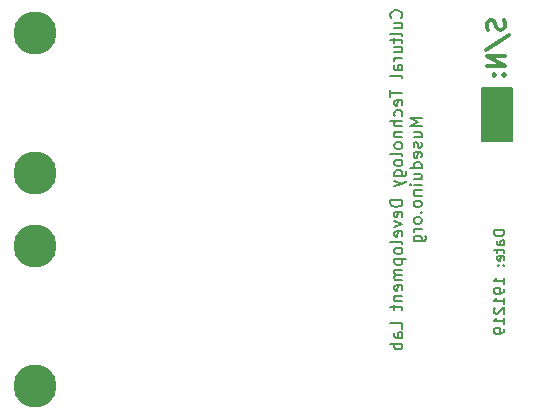
<source format=gbr>
G04 #@! TF.GenerationSoftware,KiCad,Pcbnew,(6.0.1-0)*
G04 #@! TF.CreationDate,2022-07-15T13:54:37-06:00*
G04 #@! TF.ProjectId,Muse_smorgas_v3.0.1_screwterminal,4d757365-5f73-46d6-9f72-6761735f7633,Smorg_3.0*
G04 #@! TF.SameCoordinates,Original*
G04 #@! TF.FileFunction,Legend,Bot*
G04 #@! TF.FilePolarity,Positive*
%FSLAX46Y46*%
G04 Gerber Fmt 4.6, Leading zero omitted, Abs format (unit mm)*
G04 Created by KiCad (PCBNEW (6.0.1-0)) date 2022-07-15 13:54:37*
%MOMM*%
%LPD*%
G01*
G04 APERTURE LIST*
%ADD10C,0.300000*%
%ADD11C,0.152400*%
%ADD12C,0.200000*%
%ADD13C,3.650000*%
G04 APERTURE END LIST*
D10*
X61313142Y-39806857D02*
X61384571Y-40021142D01*
X61384571Y-40378285D01*
X61313142Y-40521142D01*
X61241714Y-40592571D01*
X61098857Y-40664000D01*
X60956000Y-40664000D01*
X60813142Y-40592571D01*
X60741714Y-40521142D01*
X60670285Y-40378285D01*
X60598857Y-40092571D01*
X60527428Y-39949714D01*
X60456000Y-39878285D01*
X60313142Y-39806857D01*
X60170285Y-39806857D01*
X60027428Y-39878285D01*
X59956000Y-39949714D01*
X59884571Y-40092571D01*
X59884571Y-40449714D01*
X59956000Y-40664000D01*
X59813142Y-42378285D02*
X61741714Y-41092571D01*
X61384571Y-42878285D02*
X59884571Y-42878285D01*
X61384571Y-43735428D01*
X59884571Y-43735428D01*
X61241714Y-44449714D02*
X61313142Y-44521142D01*
X61384571Y-44449714D01*
X61313142Y-44378285D01*
X61241714Y-44449714D01*
X61384571Y-44449714D01*
X60456000Y-44449714D02*
X60527428Y-44521142D01*
X60598857Y-44449714D01*
X60527428Y-44378285D01*
X60456000Y-44449714D01*
X60598857Y-44449714D01*
D11*
X52630977Y-39624000D02*
X52679358Y-39575619D01*
X52727739Y-39430476D01*
X52727739Y-39333714D01*
X52679358Y-39188571D01*
X52582596Y-39091809D01*
X52485834Y-39043428D01*
X52292310Y-38995047D01*
X52147167Y-38995047D01*
X51953643Y-39043428D01*
X51856881Y-39091809D01*
X51760120Y-39188571D01*
X51711739Y-39333714D01*
X51711739Y-39430476D01*
X51760120Y-39575619D01*
X51808500Y-39624000D01*
X52050405Y-40494857D02*
X52727739Y-40494857D01*
X52050405Y-40059428D02*
X52582596Y-40059428D01*
X52679358Y-40107809D01*
X52727739Y-40204571D01*
X52727739Y-40349714D01*
X52679358Y-40446476D01*
X52630977Y-40494857D01*
X52727739Y-41123809D02*
X52679358Y-41027047D01*
X52582596Y-40978666D01*
X51711739Y-40978666D01*
X52050405Y-41365714D02*
X52050405Y-41752761D01*
X51711739Y-41510857D02*
X52582596Y-41510857D01*
X52679358Y-41559238D01*
X52727739Y-41656000D01*
X52727739Y-41752761D01*
X52050405Y-42526857D02*
X52727739Y-42526857D01*
X52050405Y-42091428D02*
X52582596Y-42091428D01*
X52679358Y-42139809D01*
X52727739Y-42236571D01*
X52727739Y-42381714D01*
X52679358Y-42478476D01*
X52630977Y-42526857D01*
X52727739Y-43010666D02*
X52050405Y-43010666D01*
X52243929Y-43010666D02*
X52147167Y-43059047D01*
X52098786Y-43107428D01*
X52050405Y-43204190D01*
X52050405Y-43300952D01*
X52727739Y-44075047D02*
X52195548Y-44075047D01*
X52098786Y-44026666D01*
X52050405Y-43929904D01*
X52050405Y-43736380D01*
X52098786Y-43639619D01*
X52679358Y-44075047D02*
X52727739Y-43978285D01*
X52727739Y-43736380D01*
X52679358Y-43639619D01*
X52582596Y-43591238D01*
X52485834Y-43591238D01*
X52389072Y-43639619D01*
X52340691Y-43736380D01*
X52340691Y-43978285D01*
X52292310Y-44075047D01*
X52727739Y-44704000D02*
X52679358Y-44607238D01*
X52582596Y-44558857D01*
X51711739Y-44558857D01*
X51711739Y-45720000D02*
X51711739Y-46300571D01*
X52727739Y-46010285D02*
X51711739Y-46010285D01*
X52679358Y-47026285D02*
X52727739Y-46929523D01*
X52727739Y-46736000D01*
X52679358Y-46639238D01*
X52582596Y-46590857D01*
X52195548Y-46590857D01*
X52098786Y-46639238D01*
X52050405Y-46736000D01*
X52050405Y-46929523D01*
X52098786Y-47026285D01*
X52195548Y-47074666D01*
X52292310Y-47074666D01*
X52389072Y-46590857D01*
X52679358Y-47945523D02*
X52727739Y-47848761D01*
X52727739Y-47655238D01*
X52679358Y-47558476D01*
X52630977Y-47510095D01*
X52534215Y-47461714D01*
X52243929Y-47461714D01*
X52147167Y-47510095D01*
X52098786Y-47558476D01*
X52050405Y-47655238D01*
X52050405Y-47848761D01*
X52098786Y-47945523D01*
X52727739Y-48380952D02*
X51711739Y-48380952D01*
X52727739Y-48816380D02*
X52195548Y-48816380D01*
X52098786Y-48768000D01*
X52050405Y-48671238D01*
X52050405Y-48526095D01*
X52098786Y-48429333D01*
X52147167Y-48380952D01*
X52050405Y-49300190D02*
X52727739Y-49300190D01*
X52147167Y-49300190D02*
X52098786Y-49348571D01*
X52050405Y-49445333D01*
X52050405Y-49590476D01*
X52098786Y-49687238D01*
X52195548Y-49735619D01*
X52727739Y-49735619D01*
X52727739Y-50364571D02*
X52679358Y-50267809D01*
X52630977Y-50219428D01*
X52534215Y-50171047D01*
X52243929Y-50171047D01*
X52147167Y-50219428D01*
X52098786Y-50267809D01*
X52050405Y-50364571D01*
X52050405Y-50509714D01*
X52098786Y-50606476D01*
X52147167Y-50654857D01*
X52243929Y-50703238D01*
X52534215Y-50703238D01*
X52630977Y-50654857D01*
X52679358Y-50606476D01*
X52727739Y-50509714D01*
X52727739Y-50364571D01*
X52727739Y-51283809D02*
X52679358Y-51187047D01*
X52582596Y-51138666D01*
X51711739Y-51138666D01*
X52727739Y-51816000D02*
X52679358Y-51719238D01*
X52630977Y-51670857D01*
X52534215Y-51622476D01*
X52243929Y-51622476D01*
X52147167Y-51670857D01*
X52098786Y-51719238D01*
X52050405Y-51816000D01*
X52050405Y-51961142D01*
X52098786Y-52057904D01*
X52147167Y-52106285D01*
X52243929Y-52154666D01*
X52534215Y-52154666D01*
X52630977Y-52106285D01*
X52679358Y-52057904D01*
X52727739Y-51961142D01*
X52727739Y-51816000D01*
X52050405Y-53025523D02*
X52872881Y-53025523D01*
X52969643Y-52977142D01*
X53018024Y-52928761D01*
X53066405Y-52832000D01*
X53066405Y-52686857D01*
X53018024Y-52590095D01*
X52679358Y-53025523D02*
X52727739Y-52928761D01*
X52727739Y-52735238D01*
X52679358Y-52638476D01*
X52630977Y-52590095D01*
X52534215Y-52541714D01*
X52243929Y-52541714D01*
X52147167Y-52590095D01*
X52098786Y-52638476D01*
X52050405Y-52735238D01*
X52050405Y-52928761D01*
X52098786Y-53025523D01*
X52050405Y-53412571D02*
X52727739Y-53654476D01*
X52050405Y-53896380D02*
X52727739Y-53654476D01*
X52969643Y-53557714D01*
X53018024Y-53509333D01*
X53066405Y-53412571D01*
X52727739Y-55057523D02*
X51711739Y-55057523D01*
X51711739Y-55299428D01*
X51760120Y-55444571D01*
X51856881Y-55541333D01*
X51953643Y-55589714D01*
X52147167Y-55638095D01*
X52292310Y-55638095D01*
X52485834Y-55589714D01*
X52582596Y-55541333D01*
X52679358Y-55444571D01*
X52727739Y-55299428D01*
X52727739Y-55057523D01*
X52679358Y-56460571D02*
X52727739Y-56363809D01*
X52727739Y-56170285D01*
X52679358Y-56073523D01*
X52582596Y-56025142D01*
X52195548Y-56025142D01*
X52098786Y-56073523D01*
X52050405Y-56170285D01*
X52050405Y-56363809D01*
X52098786Y-56460571D01*
X52195548Y-56508952D01*
X52292310Y-56508952D01*
X52389072Y-56025142D01*
X52050405Y-56847619D02*
X52727739Y-57089523D01*
X52050405Y-57331428D01*
X52679358Y-58105523D02*
X52727739Y-58008761D01*
X52727739Y-57815238D01*
X52679358Y-57718476D01*
X52582596Y-57670095D01*
X52195548Y-57670095D01*
X52098786Y-57718476D01*
X52050405Y-57815238D01*
X52050405Y-58008761D01*
X52098786Y-58105523D01*
X52195548Y-58153904D01*
X52292310Y-58153904D01*
X52389072Y-57670095D01*
X52727739Y-58734476D02*
X52679358Y-58637714D01*
X52582596Y-58589333D01*
X51711739Y-58589333D01*
X52727739Y-59266666D02*
X52679358Y-59169904D01*
X52630977Y-59121523D01*
X52534215Y-59073142D01*
X52243929Y-59073142D01*
X52147167Y-59121523D01*
X52098786Y-59169904D01*
X52050405Y-59266666D01*
X52050405Y-59411809D01*
X52098786Y-59508571D01*
X52147167Y-59556952D01*
X52243929Y-59605333D01*
X52534215Y-59605333D01*
X52630977Y-59556952D01*
X52679358Y-59508571D01*
X52727739Y-59411809D01*
X52727739Y-59266666D01*
X52050405Y-60040761D02*
X53066405Y-60040761D01*
X52098786Y-60040761D02*
X52050405Y-60137523D01*
X52050405Y-60331047D01*
X52098786Y-60427809D01*
X52147167Y-60476190D01*
X52243929Y-60524571D01*
X52534215Y-60524571D01*
X52630977Y-60476190D01*
X52679358Y-60427809D01*
X52727739Y-60331047D01*
X52727739Y-60137523D01*
X52679358Y-60040761D01*
X52727739Y-60960000D02*
X52050405Y-60960000D01*
X52147167Y-60960000D02*
X52098786Y-61008380D01*
X52050405Y-61105142D01*
X52050405Y-61250285D01*
X52098786Y-61347047D01*
X52195548Y-61395428D01*
X52727739Y-61395428D01*
X52195548Y-61395428D02*
X52098786Y-61443809D01*
X52050405Y-61540571D01*
X52050405Y-61685714D01*
X52098786Y-61782476D01*
X52195548Y-61830857D01*
X52727739Y-61830857D01*
X52679358Y-62701714D02*
X52727739Y-62604952D01*
X52727739Y-62411428D01*
X52679358Y-62314666D01*
X52582596Y-62266285D01*
X52195548Y-62266285D01*
X52098786Y-62314666D01*
X52050405Y-62411428D01*
X52050405Y-62604952D01*
X52098786Y-62701714D01*
X52195548Y-62750095D01*
X52292310Y-62750095D01*
X52389072Y-62266285D01*
X52050405Y-63185523D02*
X52727739Y-63185523D01*
X52147167Y-63185523D02*
X52098786Y-63233904D01*
X52050405Y-63330666D01*
X52050405Y-63475809D01*
X52098786Y-63572571D01*
X52195548Y-63620952D01*
X52727739Y-63620952D01*
X52050405Y-63959619D02*
X52050405Y-64346666D01*
X51711739Y-64104761D02*
X52582596Y-64104761D01*
X52679358Y-64153142D01*
X52727739Y-64249904D01*
X52727739Y-64346666D01*
X52727739Y-65943238D02*
X52727739Y-65459428D01*
X51711739Y-65459428D01*
X52727739Y-66717333D02*
X52195548Y-66717333D01*
X52098786Y-66668952D01*
X52050405Y-66572190D01*
X52050405Y-66378666D01*
X52098786Y-66281904D01*
X52679358Y-66717333D02*
X52727739Y-66620571D01*
X52727739Y-66378666D01*
X52679358Y-66281904D01*
X52582596Y-66233523D01*
X52485834Y-66233523D01*
X52389072Y-66281904D01*
X52340691Y-66378666D01*
X52340691Y-66620571D01*
X52292310Y-66717333D01*
X52727739Y-67201142D02*
X51711739Y-67201142D01*
X52098786Y-67201142D02*
X52050405Y-67297904D01*
X52050405Y-67491428D01*
X52098786Y-67588190D01*
X52147167Y-67636571D01*
X52243929Y-67684952D01*
X52534215Y-67684952D01*
X52630977Y-67636571D01*
X52679358Y-67588190D01*
X52727739Y-67491428D01*
X52727739Y-67297904D01*
X52679358Y-67201142D01*
X54363499Y-48139047D02*
X53347499Y-48139047D01*
X54073213Y-48477714D01*
X53347499Y-48816380D01*
X54363499Y-48816380D01*
X53686165Y-49735619D02*
X54363499Y-49735619D01*
X53686165Y-49300190D02*
X54218356Y-49300190D01*
X54315118Y-49348571D01*
X54363499Y-49445333D01*
X54363499Y-49590476D01*
X54315118Y-49687238D01*
X54266737Y-49735619D01*
X54315118Y-50171047D02*
X54363499Y-50267809D01*
X54363499Y-50461333D01*
X54315118Y-50558095D01*
X54218356Y-50606476D01*
X54169975Y-50606476D01*
X54073213Y-50558095D01*
X54024832Y-50461333D01*
X54024832Y-50316190D01*
X53976451Y-50219428D01*
X53879689Y-50171047D01*
X53831308Y-50171047D01*
X53734546Y-50219428D01*
X53686165Y-50316190D01*
X53686165Y-50461333D01*
X53734546Y-50558095D01*
X54315118Y-51428952D02*
X54363499Y-51332190D01*
X54363499Y-51138666D01*
X54315118Y-51041904D01*
X54218356Y-50993523D01*
X53831308Y-50993523D01*
X53734546Y-51041904D01*
X53686165Y-51138666D01*
X53686165Y-51332190D01*
X53734546Y-51428952D01*
X53831308Y-51477333D01*
X53928070Y-51477333D01*
X54024832Y-50993523D01*
X54363499Y-52348190D02*
X53347499Y-52348190D01*
X54315118Y-52348190D02*
X54363499Y-52251428D01*
X54363499Y-52057904D01*
X54315118Y-51961142D01*
X54266737Y-51912761D01*
X54169975Y-51864380D01*
X53879689Y-51864380D01*
X53782927Y-51912761D01*
X53734546Y-51961142D01*
X53686165Y-52057904D01*
X53686165Y-52251428D01*
X53734546Y-52348190D01*
X53686165Y-53267428D02*
X54363499Y-53267428D01*
X53686165Y-52832000D02*
X54218356Y-52832000D01*
X54315118Y-52880380D01*
X54363499Y-52977142D01*
X54363499Y-53122285D01*
X54315118Y-53219047D01*
X54266737Y-53267428D01*
X54363499Y-53751238D02*
X53686165Y-53751238D01*
X53347499Y-53751238D02*
X53395880Y-53702857D01*
X53444260Y-53751238D01*
X53395880Y-53799619D01*
X53347499Y-53751238D01*
X53444260Y-53751238D01*
X53686165Y-54235047D02*
X54363499Y-54235047D01*
X53782927Y-54235047D02*
X53734546Y-54283428D01*
X53686165Y-54380190D01*
X53686165Y-54525333D01*
X53734546Y-54622095D01*
X53831308Y-54670476D01*
X54363499Y-54670476D01*
X54363499Y-55299428D02*
X54315118Y-55202666D01*
X54266737Y-55154285D01*
X54169975Y-55105904D01*
X53879689Y-55105904D01*
X53782927Y-55154285D01*
X53734546Y-55202666D01*
X53686165Y-55299428D01*
X53686165Y-55444571D01*
X53734546Y-55541333D01*
X53782927Y-55589714D01*
X53879689Y-55638095D01*
X54169975Y-55638095D01*
X54266737Y-55589714D01*
X54315118Y-55541333D01*
X54363499Y-55444571D01*
X54363499Y-55299428D01*
X54266737Y-56073523D02*
X54315118Y-56121904D01*
X54363499Y-56073523D01*
X54315118Y-56025142D01*
X54266737Y-56073523D01*
X54363499Y-56073523D01*
X54363499Y-56702476D02*
X54315118Y-56605714D01*
X54266737Y-56557333D01*
X54169975Y-56508952D01*
X53879689Y-56508952D01*
X53782927Y-56557333D01*
X53734546Y-56605714D01*
X53686165Y-56702476D01*
X53686165Y-56847619D01*
X53734546Y-56944380D01*
X53782927Y-56992761D01*
X53879689Y-57041142D01*
X54169975Y-57041142D01*
X54266737Y-56992761D01*
X54315118Y-56944380D01*
X54363499Y-56847619D01*
X54363499Y-56702476D01*
X54363499Y-57476571D02*
X53686165Y-57476571D01*
X53879689Y-57476571D02*
X53782927Y-57524952D01*
X53734546Y-57573333D01*
X53686165Y-57670095D01*
X53686165Y-57766857D01*
X53686165Y-58540952D02*
X54508641Y-58540952D01*
X54605403Y-58492571D01*
X54653784Y-58444190D01*
X54702165Y-58347428D01*
X54702165Y-58202285D01*
X54653784Y-58105523D01*
X54315118Y-58540952D02*
X54363499Y-58444190D01*
X54363499Y-58250666D01*
X54315118Y-58153904D01*
X54266737Y-58105523D01*
X54169975Y-58057142D01*
X53879689Y-58057142D01*
X53782927Y-58105523D01*
X53734546Y-58153904D01*
X53686165Y-58250666D01*
X53686165Y-58444190D01*
X53734546Y-58540952D01*
X61362166Y-57615666D02*
X60473166Y-57615666D01*
X60473166Y-57827333D01*
X60515500Y-57954333D01*
X60600166Y-58039000D01*
X60684833Y-58081333D01*
X60854166Y-58123666D01*
X60981166Y-58123666D01*
X61150500Y-58081333D01*
X61235166Y-58039000D01*
X61319833Y-57954333D01*
X61362166Y-57827333D01*
X61362166Y-57615666D01*
X61362166Y-58885666D02*
X60896500Y-58885666D01*
X60811833Y-58843333D01*
X60769500Y-58758666D01*
X60769500Y-58589333D01*
X60811833Y-58504666D01*
X61319833Y-58885666D02*
X61362166Y-58801000D01*
X61362166Y-58589333D01*
X61319833Y-58504666D01*
X61235166Y-58462333D01*
X61150500Y-58462333D01*
X61065833Y-58504666D01*
X61023500Y-58589333D01*
X61023500Y-58801000D01*
X60981166Y-58885666D01*
X60769500Y-59182000D02*
X60769500Y-59520666D01*
X60473166Y-59309000D02*
X61235166Y-59309000D01*
X61319833Y-59351333D01*
X61362166Y-59436000D01*
X61362166Y-59520666D01*
X61319833Y-60155666D02*
X61362166Y-60071000D01*
X61362166Y-59901666D01*
X61319833Y-59817000D01*
X61235166Y-59774666D01*
X60896500Y-59774666D01*
X60811833Y-59817000D01*
X60769500Y-59901666D01*
X60769500Y-60071000D01*
X60811833Y-60155666D01*
X60896500Y-60198000D01*
X60981166Y-60198000D01*
X61065833Y-59774666D01*
X61277500Y-60579000D02*
X61319833Y-60621333D01*
X61362166Y-60579000D01*
X61319833Y-60536666D01*
X61277500Y-60579000D01*
X61362166Y-60579000D01*
X60811833Y-60579000D02*
X60854166Y-60621333D01*
X60896500Y-60579000D01*
X60854166Y-60536666D01*
X60811833Y-60579000D01*
X60896500Y-60579000D01*
X61362166Y-62145333D02*
X61362166Y-61637333D01*
X61362166Y-61891333D02*
X60473166Y-61891333D01*
X60600166Y-61806666D01*
X60684833Y-61722000D01*
X60727166Y-61637333D01*
X61362166Y-62568666D02*
X61362166Y-62738000D01*
X61319833Y-62822666D01*
X61277500Y-62865000D01*
X61150500Y-62949666D01*
X60981166Y-62992000D01*
X60642500Y-62992000D01*
X60557833Y-62949666D01*
X60515500Y-62907333D01*
X60473166Y-62822666D01*
X60473166Y-62653333D01*
X60515500Y-62568666D01*
X60557833Y-62526333D01*
X60642500Y-62484000D01*
X60854166Y-62484000D01*
X60938833Y-62526333D01*
X60981166Y-62568666D01*
X61023500Y-62653333D01*
X61023500Y-62822666D01*
X60981166Y-62907333D01*
X60938833Y-62949666D01*
X60854166Y-62992000D01*
X61362166Y-63838666D02*
X61362166Y-63330666D01*
X61362166Y-63584666D02*
X60473166Y-63584666D01*
X60600166Y-63500000D01*
X60684833Y-63415333D01*
X60727166Y-63330666D01*
X60557833Y-64177333D02*
X60515500Y-64219666D01*
X60473166Y-64304333D01*
X60473166Y-64516000D01*
X60515500Y-64600666D01*
X60557833Y-64643000D01*
X60642500Y-64685333D01*
X60727166Y-64685333D01*
X60854166Y-64643000D01*
X61362166Y-64135000D01*
X61362166Y-64685333D01*
X61362166Y-65532000D02*
X61362166Y-65024000D01*
X61362166Y-65278000D02*
X60473166Y-65278000D01*
X60600166Y-65193333D01*
X60684833Y-65108666D01*
X60727166Y-65024000D01*
X61362166Y-65955333D02*
X61362166Y-66124666D01*
X61319833Y-66209333D01*
X61277500Y-66251666D01*
X61150500Y-66336333D01*
X60981166Y-66378666D01*
X60642500Y-66378666D01*
X60557833Y-66336333D01*
X60515500Y-66294000D01*
X60473166Y-66209333D01*
X60473166Y-66040000D01*
X60515500Y-65955333D01*
X60557833Y-65913000D01*
X60642500Y-65870666D01*
X60854166Y-65870666D01*
X60938833Y-65913000D01*
X60981166Y-65955333D01*
X61023500Y-66040000D01*
X61023500Y-66209333D01*
X60981166Y-66294000D01*
X60938833Y-66336333D01*
X60854166Y-66378666D01*
D12*
X59436000Y-45593000D02*
X59436000Y-50038000D01*
X61976000Y-45593000D02*
X59436000Y-45593000D01*
X61976000Y-50038000D02*
X61976000Y-45593000D01*
X59436000Y-50038000D02*
X61976000Y-50038000D01*
D13*
X21590000Y-70832000D03*
X21590000Y-58962000D03*
X21590000Y-52798000D03*
X21590000Y-40928000D03*
G36*
X61918121Y-45613002D02*
G01*
X61964614Y-45666658D01*
X61976000Y-45719000D01*
X61976000Y-49912000D01*
X61955998Y-49980121D01*
X61902342Y-50026614D01*
X61850000Y-50038000D01*
X59562000Y-50038000D01*
X59493879Y-50017998D01*
X59447386Y-49964342D01*
X59436000Y-49912000D01*
X59436000Y-45719000D01*
X59456002Y-45650879D01*
X59509658Y-45604386D01*
X59562000Y-45593000D01*
X61850000Y-45593000D01*
X61918121Y-45613002D01*
G37*
M02*

</source>
